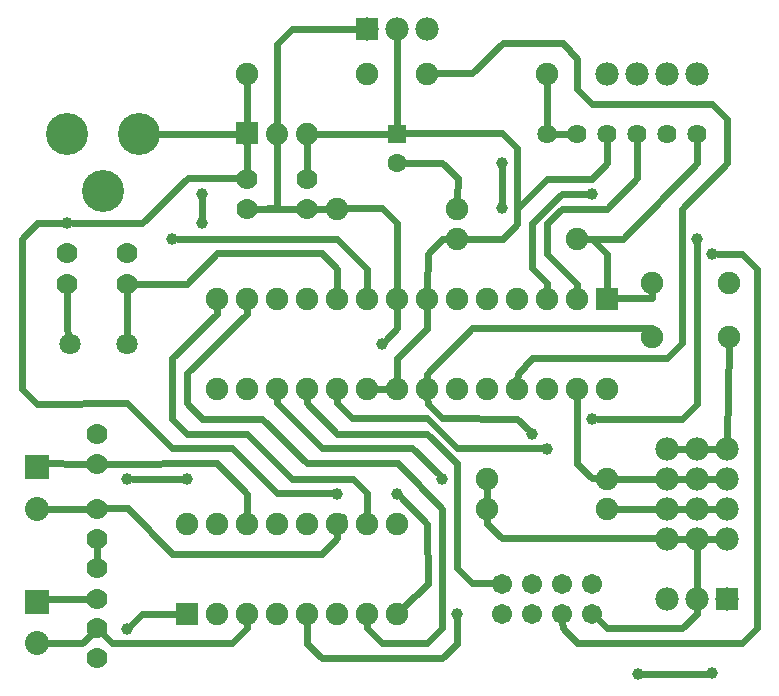
<source format=gbl>
G04 MADE WITH FRITZING*
G04 WWW.FRITZING.ORG*
G04 DOUBLE SIDED*
G04 HOLES PLATED*
G04 CONTOUR ON CENTER OF CONTOUR VECTOR*
%ASAXBY*%
%FSLAX23Y23*%
%MOIN*%
%OFA0B0*%
%SFA1.0B1.0*%
%ADD10C,0.039370*%
%ADD11C,0.078000*%
%ADD12C,0.067278*%
%ADD13C,0.075000*%
%ADD14C,0.064000*%
%ADD15C,0.080000*%
%ADD16C,0.070000*%
%ADD17C,0.074000*%
%ADD18C,0.062992*%
%ADD19C,0.070925*%
%ADD20C,0.070866*%
%ADD21C,0.140000*%
%ADD22R,0.078000X0.078000*%
%ADD23R,0.075000X0.075000*%
%ADD24R,0.080000X0.080000*%
%ADD25R,0.062992X0.062992*%
%ADD26C,0.024000*%
%ADD27R,0.001000X0.001000*%
%LNCOPPER0*%
G90*
G70*
G54D10*
X1520Y784D03*
X1370Y734D03*
X1820Y934D03*
X470Y284D03*
X2171Y134D03*
X2420Y135D03*
G54D11*
X1270Y2284D03*
X1370Y2284D03*
X1470Y2284D03*
X2470Y384D03*
X2370Y384D03*
X2270Y384D03*
G54D10*
X669Y784D03*
X469Y784D03*
X1570Y334D03*
X1170Y734D03*
X269Y1635D03*
X1319Y1234D03*
X2419Y1534D03*
X2020Y1734D03*
X620Y1584D03*
X1870Y884D03*
X2020Y984D03*
X2369Y1584D03*
X720Y1734D03*
X720Y1635D03*
X1720Y1685D03*
X1720Y1835D03*
G54D12*
X2020Y334D03*
X1920Y334D03*
X1820Y334D03*
X1720Y334D03*
X2020Y434D03*
X1920Y434D03*
X1820Y434D03*
X1720Y434D03*
G54D11*
X2370Y584D03*
X2370Y684D03*
X2370Y784D03*
X2370Y884D03*
X2270Y584D03*
X2270Y684D03*
X2270Y784D03*
X2270Y884D03*
X2470Y584D03*
X2470Y684D03*
X2470Y784D03*
X2470Y884D03*
G54D13*
X1670Y684D03*
X2070Y684D03*
X1670Y784D03*
X2070Y784D03*
G54D11*
X2070Y2134D03*
X2170Y2134D03*
X2270Y2134D03*
X2370Y2134D03*
G54D14*
X2370Y1934D03*
X2270Y1934D03*
X2170Y1934D03*
X2070Y1934D03*
X1970Y1934D03*
X1870Y1934D03*
G54D13*
X870Y2134D03*
X1270Y2134D03*
X1470Y2134D03*
X1870Y2134D03*
X670Y334D03*
X670Y634D03*
X770Y334D03*
X770Y634D03*
X870Y334D03*
X870Y634D03*
X970Y334D03*
X970Y634D03*
X1070Y334D03*
X1070Y634D03*
X1170Y334D03*
X1170Y634D03*
X1270Y334D03*
X1270Y634D03*
X1370Y334D03*
X1370Y634D03*
G54D15*
X170Y822D03*
X170Y684D03*
X170Y372D03*
X170Y235D03*
G54D16*
X370Y834D03*
X370Y934D03*
X370Y584D03*
X370Y684D03*
X370Y485D03*
X370Y384D03*
X370Y285D03*
X370Y185D03*
G54D17*
X870Y1934D03*
X970Y1934D03*
X1070Y1934D03*
G54D16*
X1070Y1684D03*
X1070Y1784D03*
X870Y1684D03*
X870Y1784D03*
G54D18*
X1370Y1934D03*
X1370Y1836D03*
G54D13*
X1170Y1684D03*
X1570Y1684D03*
X2070Y1384D03*
X2070Y1084D03*
X1970Y1384D03*
X1970Y1084D03*
X1870Y1384D03*
X1870Y1084D03*
X1770Y1384D03*
X1770Y1084D03*
X1670Y1384D03*
X1670Y1084D03*
X1570Y1384D03*
X1570Y1084D03*
X1470Y1384D03*
X1470Y1084D03*
X1370Y1384D03*
X1370Y1084D03*
X1270Y1384D03*
X1270Y1084D03*
X1170Y1384D03*
X1170Y1084D03*
X1070Y1384D03*
X1070Y1084D03*
X970Y1384D03*
X970Y1084D03*
X870Y1384D03*
X870Y1084D03*
X770Y1384D03*
X770Y1084D03*
X1570Y1584D03*
X1970Y1584D03*
G54D19*
X470Y1234D03*
G54D20*
X277Y1234D03*
G54D16*
X270Y1535D03*
X270Y1434D03*
X470Y1535D03*
X470Y1434D03*
G54D13*
X2220Y1435D03*
X2476Y1435D03*
X2220Y1257D03*
X2476Y1257D03*
G54D21*
X510Y1934D03*
X270Y1934D03*
X390Y1744D03*
G54D22*
X1270Y2284D03*
X2470Y384D03*
G54D23*
X670Y334D03*
G54D24*
X170Y822D03*
X170Y372D03*
G54D25*
X1370Y1934D03*
G54D23*
X2070Y1384D03*
G54D26*
X1120Y885D02*
X1420Y885D01*
D02*
X1420Y885D02*
X1507Y798D01*
D02*
X970Y1035D02*
X1120Y885D01*
D02*
X970Y1056D02*
X970Y1035D01*
D02*
X1469Y634D02*
X1471Y434D01*
D02*
X1471Y434D02*
X1390Y355D01*
D02*
X1383Y721D02*
X1469Y634D01*
D02*
X1520Y985D02*
X1770Y984D01*
D02*
X1770Y984D02*
X1806Y948D01*
D02*
X1471Y1034D02*
X1520Y985D01*
D02*
X1470Y1056D02*
X1471Y1034D01*
D02*
X483Y297D02*
X520Y334D01*
D02*
X520Y334D02*
X641Y334D01*
D02*
X2401Y134D02*
X2190Y134D01*
D02*
X969Y2234D02*
X970Y1965D01*
D02*
X1020Y2284D02*
X969Y2234D01*
D02*
X1240Y2284D02*
X1020Y2284D01*
D02*
X1370Y1961D02*
X1370Y2254D01*
D02*
X2370Y554D02*
X2370Y415D01*
D02*
X2370Y334D02*
X2370Y354D01*
D02*
X2320Y285D02*
X2370Y334D01*
D02*
X2070Y285D02*
X2320Y285D01*
D02*
X2040Y315D02*
X2070Y285D01*
D02*
X1670Y634D02*
X1719Y585D01*
D02*
X1719Y585D02*
X2240Y585D01*
D02*
X1670Y656D02*
X1670Y634D01*
D02*
X488Y784D02*
X650Y784D01*
D02*
X1570Y316D02*
X1569Y234D01*
D02*
X1569Y234D02*
X1520Y185D01*
D02*
X1520Y185D02*
X1119Y185D01*
D02*
X1119Y185D02*
X1070Y234D01*
D02*
X1070Y234D02*
X1070Y306D01*
D02*
X619Y534D02*
X1120Y534D01*
D02*
X1169Y585D02*
X1170Y635D01*
D02*
X1120Y534D02*
X1169Y585D01*
D02*
X471Y685D02*
X619Y534D01*
D02*
X1170Y635D02*
X1187Y657D01*
D02*
X396Y685D02*
X471Y685D01*
D02*
X119Y1584D02*
X119Y1083D01*
D02*
X119Y1083D02*
X170Y1033D01*
D02*
X170Y1635D02*
X119Y1584D01*
D02*
X170Y1033D02*
X469Y1035D01*
D02*
X250Y1635D02*
X170Y1635D01*
D02*
X469Y1035D02*
X619Y885D01*
D02*
X619Y885D02*
X819Y885D01*
D02*
X970Y735D02*
X1151Y735D01*
D02*
X819Y885D02*
X970Y735D01*
D02*
X1470Y1284D02*
X1370Y1185D01*
D02*
X1370Y1185D02*
X1370Y1113D01*
D02*
X1470Y1356D02*
X1470Y1284D01*
D02*
X1370Y1285D02*
X1370Y1356D01*
D02*
X1333Y1247D02*
X1370Y1285D01*
D02*
X1569Y835D02*
X1570Y485D01*
D02*
X1570Y485D02*
X1619Y435D01*
D02*
X1469Y934D02*
X1569Y835D01*
D02*
X1619Y435D02*
X1692Y435D01*
D02*
X1169Y934D02*
X1469Y934D01*
D02*
X1069Y1035D02*
X1169Y934D01*
D02*
X1069Y1056D02*
X1069Y1035D01*
D02*
X2438Y1534D02*
X2520Y1534D01*
D02*
X2520Y1534D02*
X2570Y1484D01*
D02*
X2570Y1484D02*
X2570Y285D01*
D02*
X2570Y285D02*
X2520Y235D01*
D02*
X2520Y235D02*
X1969Y235D01*
D02*
X1969Y235D02*
X1921Y285D01*
D02*
X1921Y285D02*
X1920Y306D01*
D02*
X2001Y1734D02*
X1920Y1734D01*
D02*
X1920Y1734D02*
X1820Y1635D01*
D02*
X1870Y1435D02*
X1870Y1413D01*
D02*
X1820Y1485D02*
X1870Y1435D01*
D02*
X1820Y1635D02*
X1820Y1485D01*
D02*
X639Y1584D02*
X1170Y1584D01*
D02*
X1170Y1584D02*
X1270Y1484D01*
D02*
X1270Y1484D02*
X1270Y1413D01*
D02*
X1169Y1035D02*
X1219Y985D01*
D02*
X1570Y885D02*
X1851Y885D01*
D02*
X1469Y985D02*
X1570Y885D01*
D02*
X1219Y985D02*
X1469Y985D01*
D02*
X1170Y1056D02*
X1169Y1035D01*
D02*
X2369Y1566D02*
X2369Y1034D01*
D02*
X2369Y1034D02*
X2320Y984D01*
D02*
X2320Y984D02*
X2039Y984D01*
D02*
X520Y1635D02*
X288Y1635D01*
D02*
X671Y1785D02*
X520Y1635D01*
D02*
X844Y1785D02*
X671Y1785D01*
D02*
X720Y1654D02*
X720Y1715D01*
D02*
X1720Y1816D02*
X1720Y1704D01*
D02*
X1270Y735D02*
X1270Y663D01*
D02*
X1221Y784D02*
X1270Y735D01*
D02*
X1020Y784D02*
X1221Y784D01*
D02*
X869Y934D02*
X1020Y784D01*
D02*
X669Y934D02*
X869Y934D01*
D02*
X619Y984D02*
X669Y934D01*
D02*
X620Y1185D02*
X619Y984D01*
D02*
X770Y1334D02*
X620Y1185D01*
D02*
X770Y1356D02*
X770Y1334D01*
D02*
X1371Y835D02*
X1520Y684D01*
D02*
X1520Y684D02*
X1519Y285D01*
D02*
X1519Y285D02*
X1470Y235D01*
D02*
X1470Y235D02*
X1320Y235D01*
D02*
X1320Y235D02*
X1270Y285D01*
D02*
X1270Y285D02*
X1270Y306D01*
D02*
X1069Y835D02*
X1371Y835D01*
D02*
X920Y984D02*
X1069Y835D01*
D02*
X720Y984D02*
X920Y984D01*
D02*
X669Y1035D02*
X720Y984D01*
D02*
X670Y1135D02*
X669Y1035D01*
D02*
X870Y1334D02*
X670Y1135D01*
D02*
X870Y1356D02*
X870Y1334D01*
D02*
X1670Y756D02*
X1670Y713D01*
D02*
X2020Y785D02*
X1969Y834D01*
D02*
X1969Y834D02*
X1970Y1056D01*
D02*
X2041Y785D02*
X2020Y785D01*
D02*
X2098Y784D02*
X2240Y784D01*
D02*
X2098Y684D02*
X2240Y684D01*
D02*
X2300Y684D02*
X2340Y684D01*
D02*
X2400Y684D02*
X2440Y684D01*
D02*
X2400Y784D02*
X2440Y784D01*
D02*
X2440Y884D02*
X2400Y884D01*
D02*
X2340Y884D02*
X2300Y884D01*
D02*
X2300Y784D02*
X2340Y784D01*
D02*
X2300Y584D02*
X2340Y584D01*
D02*
X2400Y584D02*
X2440Y584D01*
D02*
X2475Y1229D02*
X2470Y915D01*
D02*
X171Y835D02*
X172Y853D01*
D02*
X344Y834D02*
X171Y835D01*
D02*
X344Y684D02*
X201Y684D01*
D02*
X171Y384D02*
X172Y403D01*
D02*
X344Y384D02*
X171Y384D01*
D02*
X320Y235D02*
X201Y235D01*
D02*
X351Y266D02*
X320Y235D01*
D02*
X419Y235D02*
X388Y266D01*
D02*
X820Y235D02*
X419Y235D01*
D02*
X870Y285D02*
X820Y235D01*
D02*
X870Y306D02*
X870Y285D01*
D02*
X870Y734D02*
X870Y663D01*
D02*
X770Y835D02*
X870Y734D01*
D02*
X396Y834D02*
X770Y835D01*
D02*
X370Y511D02*
X370Y558D01*
D02*
X1901Y1934D02*
X1939Y1934D01*
D02*
X2121Y1584D02*
X1998Y1584D01*
D02*
X2369Y1835D02*
X2121Y1584D01*
D02*
X2370Y1903D02*
X2369Y1835D01*
D02*
X1341Y1084D02*
X1298Y1084D01*
D02*
X670Y1434D02*
X770Y1535D01*
D02*
X770Y1535D02*
X1120Y1535D01*
D02*
X1120Y1535D02*
X1170Y1484D01*
D02*
X1170Y1484D02*
X1170Y1413D01*
D02*
X496Y1434D02*
X670Y1434D01*
D02*
X1870Y1784D02*
X2020Y1784D01*
D02*
X1721Y1584D02*
X1770Y1634D01*
D02*
X1770Y1634D02*
X1770Y1684D01*
D02*
X1770Y1684D02*
X1870Y1784D01*
D02*
X2020Y1784D02*
X2070Y1835D01*
D02*
X2070Y1835D02*
X2070Y1903D01*
D02*
X1598Y1584D02*
X1721Y1584D01*
D02*
X2170Y1785D02*
X2170Y1903D01*
D02*
X1970Y1434D02*
X1870Y1534D01*
D02*
X1870Y1534D02*
X1870Y1635D01*
D02*
X1870Y1635D02*
X1920Y1684D01*
D02*
X1920Y1684D02*
X2070Y1684D01*
D02*
X2070Y1684D02*
X2170Y1785D01*
D02*
X1970Y1413D02*
X1970Y1434D01*
D02*
X1870Y1966D02*
X1870Y2106D01*
D02*
X870Y2106D02*
X870Y1965D01*
D02*
X2470Y1984D02*
X2469Y1835D01*
D02*
X2420Y2034D02*
X2470Y1984D01*
D02*
X2020Y2034D02*
X2420Y2034D01*
D02*
X1970Y2084D02*
X2020Y2034D01*
D02*
X1970Y2184D02*
X1970Y2084D01*
D02*
X1921Y2235D02*
X1970Y2184D01*
D02*
X1771Y1134D02*
X1770Y1113D01*
D02*
X1819Y1185D02*
X1771Y1134D01*
D02*
X2270Y1185D02*
X1819Y1185D01*
D02*
X2320Y1235D02*
X2270Y1185D01*
D02*
X2320Y1684D02*
X2320Y1235D01*
D02*
X2469Y1835D02*
X2320Y1684D01*
D02*
X1721Y2235D02*
X1921Y2235D01*
D02*
X1619Y2135D02*
X1721Y2235D01*
D02*
X1498Y2135D02*
X1619Y2135D01*
D02*
X571Y1934D02*
X839Y1934D01*
D02*
X870Y1904D02*
X870Y1811D01*
D02*
X896Y1684D02*
X1044Y1684D01*
D02*
X969Y1685D02*
X970Y1904D01*
D02*
X896Y1684D02*
X969Y1685D01*
D02*
X1070Y1904D02*
X1070Y1811D01*
D02*
X1343Y1934D02*
X1101Y1934D01*
D02*
X1571Y1785D02*
X1520Y1835D01*
D02*
X1520Y1835D02*
X1397Y1836D01*
D02*
X1570Y1713D02*
X1571Y1785D01*
D02*
X1096Y1684D02*
X1141Y1684D01*
D02*
X270Y1285D02*
X273Y1261D01*
D02*
X270Y1408D02*
X270Y1285D01*
D02*
X470Y1408D02*
X470Y1261D01*
D02*
X1470Y1134D02*
X1470Y1113D01*
D02*
X1619Y1285D02*
X1470Y1134D01*
D02*
X2220Y1285D02*
X1619Y1285D01*
D02*
X2220Y1286D02*
X2220Y1285D01*
D02*
X2219Y1385D02*
X2098Y1385D01*
D02*
X2219Y1406D02*
X2219Y1385D01*
D02*
X2070Y1534D02*
X2070Y1413D01*
D02*
X2020Y1584D02*
X2070Y1534D01*
D02*
X1998Y1584D02*
X2020Y1584D01*
D02*
X1519Y1584D02*
X1541Y1584D01*
D02*
X1471Y1534D02*
X1519Y1584D01*
D02*
X1470Y1413D02*
X1471Y1534D01*
D02*
X1770Y1634D02*
X1720Y1584D01*
D02*
X1720Y1584D02*
X1598Y1584D01*
D02*
X1769Y1885D02*
X1770Y1634D01*
D02*
X1719Y1935D02*
X1769Y1885D01*
D02*
X1397Y1935D02*
X1719Y1935D01*
D02*
X1370Y1635D02*
X1370Y1413D01*
D02*
X1320Y1685D02*
X1370Y1635D01*
D02*
X1198Y1685D02*
X1320Y1685D01*
G54D27*
X833Y1971D02*
X906Y1971D01*
X833Y1970D02*
X906Y1970D01*
X833Y1969D02*
X906Y1969D01*
X833Y1968D02*
X906Y1968D01*
X833Y1967D02*
X906Y1967D01*
X833Y1966D02*
X906Y1966D01*
X833Y1965D02*
X906Y1965D01*
X833Y1964D02*
X906Y1964D01*
X833Y1963D02*
X906Y1963D01*
X833Y1962D02*
X906Y1962D01*
X833Y1961D02*
X906Y1961D01*
X833Y1960D02*
X906Y1960D01*
X833Y1959D02*
X906Y1959D01*
X833Y1958D02*
X906Y1958D01*
X833Y1957D02*
X906Y1957D01*
X833Y1956D02*
X906Y1956D01*
X833Y1955D02*
X906Y1955D01*
X833Y1954D02*
X864Y1954D01*
X874Y1954D02*
X906Y1954D01*
X833Y1953D02*
X861Y1953D01*
X877Y1953D02*
X906Y1953D01*
X833Y1952D02*
X859Y1952D01*
X879Y1952D02*
X906Y1952D01*
X833Y1951D02*
X857Y1951D01*
X881Y1951D02*
X906Y1951D01*
X833Y1950D02*
X856Y1950D01*
X882Y1950D02*
X906Y1950D01*
X833Y1949D02*
X855Y1949D01*
X883Y1949D02*
X906Y1949D01*
X833Y1948D02*
X854Y1948D01*
X884Y1948D02*
X906Y1948D01*
X833Y1947D02*
X853Y1947D01*
X885Y1947D02*
X906Y1947D01*
X833Y1946D02*
X853Y1946D01*
X886Y1946D02*
X906Y1946D01*
X833Y1945D02*
X852Y1945D01*
X886Y1945D02*
X906Y1945D01*
X833Y1944D02*
X851Y1944D01*
X887Y1944D02*
X906Y1944D01*
X833Y1943D02*
X851Y1943D01*
X888Y1943D02*
X906Y1943D01*
X833Y1942D02*
X850Y1942D01*
X888Y1942D02*
X906Y1942D01*
X833Y1941D02*
X850Y1941D01*
X888Y1941D02*
X906Y1941D01*
X833Y1940D02*
X850Y1940D01*
X889Y1940D02*
X906Y1940D01*
X833Y1939D02*
X849Y1939D01*
X889Y1939D02*
X906Y1939D01*
X833Y1938D02*
X849Y1938D01*
X889Y1938D02*
X906Y1938D01*
X833Y1937D02*
X849Y1937D01*
X889Y1937D02*
X906Y1937D01*
X833Y1936D02*
X849Y1936D01*
X889Y1936D02*
X906Y1936D01*
X833Y1935D02*
X849Y1935D01*
X889Y1935D02*
X906Y1935D01*
X833Y1934D02*
X849Y1934D01*
X889Y1934D02*
X906Y1934D01*
X833Y1933D02*
X849Y1933D01*
X889Y1933D02*
X906Y1933D01*
X833Y1932D02*
X849Y1932D01*
X889Y1932D02*
X906Y1932D01*
X833Y1931D02*
X849Y1931D01*
X889Y1931D02*
X906Y1931D01*
X833Y1930D02*
X850Y1930D01*
X889Y1930D02*
X906Y1930D01*
X833Y1929D02*
X850Y1929D01*
X888Y1929D02*
X906Y1929D01*
X833Y1928D02*
X850Y1928D01*
X888Y1928D02*
X906Y1928D01*
X833Y1927D02*
X851Y1927D01*
X888Y1927D02*
X906Y1927D01*
X833Y1926D02*
X851Y1926D01*
X887Y1926D02*
X906Y1926D01*
X833Y1925D02*
X852Y1925D01*
X887Y1925D02*
X906Y1925D01*
X833Y1924D02*
X852Y1924D01*
X886Y1924D02*
X906Y1924D01*
X833Y1923D02*
X853Y1923D01*
X885Y1923D02*
X906Y1923D01*
X833Y1922D02*
X854Y1922D01*
X884Y1922D02*
X906Y1922D01*
X833Y1921D02*
X855Y1921D01*
X884Y1921D02*
X906Y1921D01*
X833Y1920D02*
X856Y1920D01*
X882Y1920D02*
X906Y1920D01*
X833Y1919D02*
X857Y1919D01*
X881Y1919D02*
X906Y1919D01*
X833Y1918D02*
X859Y1918D01*
X880Y1918D02*
X906Y1918D01*
X833Y1917D02*
X861Y1917D01*
X878Y1917D02*
X906Y1917D01*
X833Y1916D02*
X863Y1916D01*
X875Y1916D02*
X906Y1916D01*
X833Y1915D02*
X906Y1915D01*
X833Y1914D02*
X906Y1914D01*
X833Y1913D02*
X906Y1913D01*
X833Y1912D02*
X906Y1912D01*
X833Y1911D02*
X906Y1911D01*
X833Y1910D02*
X906Y1910D01*
X833Y1909D02*
X906Y1909D01*
X833Y1908D02*
X906Y1908D01*
X833Y1907D02*
X906Y1907D01*
X833Y1906D02*
X906Y1906D01*
X833Y1905D02*
X906Y1905D01*
X833Y1904D02*
X906Y1904D01*
X833Y1903D02*
X906Y1903D01*
X833Y1902D02*
X906Y1902D01*
X833Y1901D02*
X906Y1901D01*
X833Y1900D02*
X906Y1900D01*
X833Y1899D02*
X906Y1899D01*
X833Y1898D02*
X905Y1898D01*
D02*
G04 End of Copper0*
M02*
</source>
